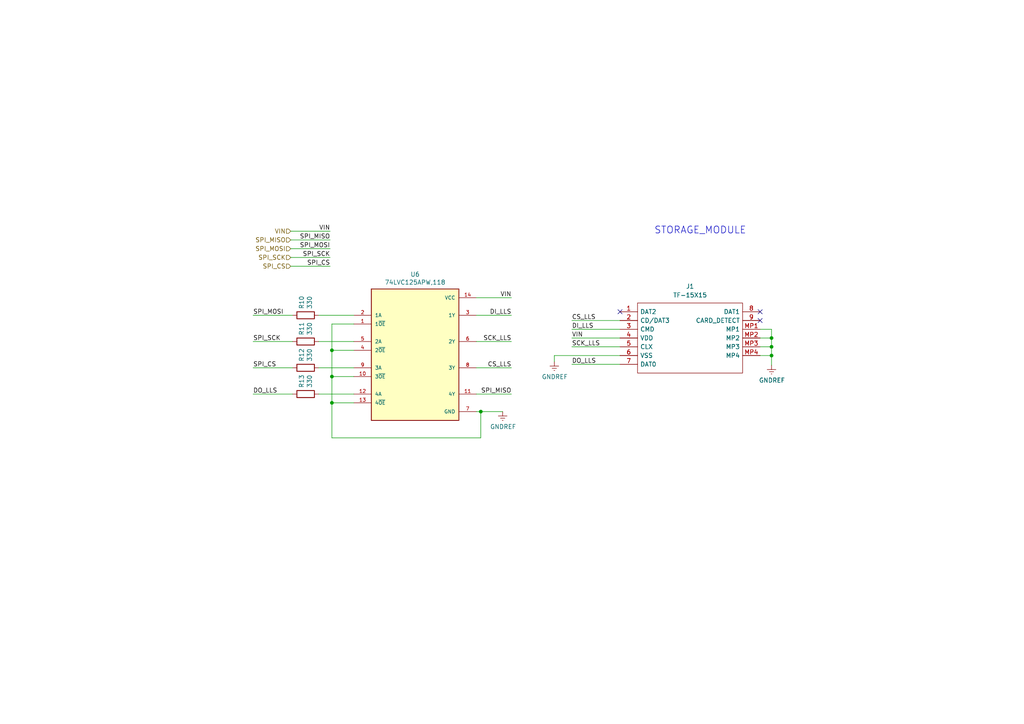
<source format=kicad_sch>
(kicad_sch (version 20230121) (generator eeschema)
  (paper "A4")
  (lib_symbols
    (symbol "Device:R" (pin_numbers hide) (pin_names (offset 0))
      (property "Reference" "R" (at 2.032 0 90))
      (property "Value" "R" (at 0 0 90))
      (symbol "R_0_1"
        (rectangle (start -1.016 -2.54) (end 1.016 2.54) (stroke (width 0.254)))
      )
      (symbol "R_1_1"
        (pin passive line (at 0 3.81 270) (length 1.27) (name "~") (number "1"))
        (pin passive line (at 0 -3.81 90) (length 1.27) (name "~") (number "2"))
      )
    )
    (symbol "ESP32-rescue:74LVC125APW,118-74LVC125APW_118" (pin_names (offset 1.016))
      (property "Reference" "U" (at -12.7 21.082 0))
      (property "Value" "74LVC125APW,118-74LVC125APW_118" (at -12.7 -20.32 0))
      (symbol "74LVC125APW,118-74LVC125APW_118_0_0"
        (rectangle (start -12.7 -17.78) (end 12.7 20.32) (stroke (width 0.254)) (fill (type background)))
        (pin input line (at -17.78 10.16 0) (length 5.08) (name "1~{OE}") (number "1"))
        (pin input line (at -17.78 -5.08 0) (length 5.08) (name "3~{OE}") (number "10"))
        (pin output line (at 17.78 -10.16 180) (length 5.08) (name "4Y") (number "11"))
        (pin input line (at -17.78 -10.16 0) (length 5.08) (name "4A") (number "12"))
        (pin input line (at -17.78 -12.7 0) (length 5.08) (name "4~{OE}") (number "13"))
        (pin power_in line (at 17.78 17.78 180) (length 5.08) (name "VCC") (number "14"))
        (pin input line (at -17.78 12.7 0) (length 5.08) (name "1A") (number "2"))
        (pin output line (at 17.78 12.7 180) (length 5.08) (name "1Y") (number "3"))
        (pin input line (at -17.78 2.54 0) (length 5.08) (name "2~{OE}") (number "4"))
        (pin input line (at -17.78 5.08 0) (length 5.08) (name "2A") (number "5"))
        (pin output line (at 17.78 5.08 180) (length 5.08) (name "2Y") (number "6"))
        (pin power_in line (at 17.78 -15.24 180) (length 5.08) (name "GND") (number "7"))
        (pin output line (at 17.78 -2.54 180) (length 5.08) (name "3Y") (number "8"))
        (pin input line (at -17.78 -2.54 0) (length 5.08) (name "3A") (number "9"))
      )
    )
    (symbol "TF-15X15:TF-15X15" (pin_names (offset 0.762))
      (property "Reference" "J" (at 36.83 7.62 0))
      (property "Value" "TF-15X15" (at 36.83 5.08 0))
      (symbol "TF-15X15_0_0"
        (pin passive line (at 0 0 0) (length 5.08) (name "DAT2") (number "1"))
        (pin passive line (at 0 -2.54 0) (length 5.08) (name "CD/DAT3") (number "2"))
        (pin passive line (at 0 -5.08 0) (length 5.08) (name "CMD") (number "3"))
        (pin passive line (at 0 -7.62 0) (length 5.08) (name "VDD") (number "4"))
        (pin passive line (at 0 -10.16 0) (length 5.08) (name "CLX") (number "5"))
        (pin passive line (at 0 -12.7 0) (length 5.08) (name "VSS") (number "6"))
        (pin passive line (at 0 -15.24 0) (length 5.08) (name "DAT0") (number "7"))
        (pin passive line (at 40.64 0 180) (length 5.08) (name "DAT1") (number "8"))
        (pin passive line (at 40.64 -2.54 180) (length 5.08) (name "CARD_DETECT") (number "9"))
        (pin passive line (at 40.64 -5.08 180) (length 5.08) (name "MP1") (number "MP1"))
        (pin passive line (at 40.64 -7.62 180) (length 5.08) (name "MP2") (number "MP2"))
        (pin passive line (at 40.64 -10.16 180) (length 5.08) (name "MP3") (number "MP3"))
        (pin passive line (at 40.64 -12.7 180) (length 5.08) (name "MP4") (number "MP4"))
      )
      (symbol "TF-15X15_0_1"
        (polyline (pts (xy 5.08 2.54) (xy 35.56 2.54) (xy 35.56 -17.78) (xy 5.08 -17.78) (xy 5.08 2.54)) (stroke (width 0.1524)))
      )
    )
    (symbol "power:GNDREF" (power) (pin_names (offset 0))
      (property "Value" "GNDREF" (at 0 -3.81 0))
      (symbol "GNDREF_0_1"
        (polyline (pts (xy -0.635 -1.905) (xy 0.635 -1.905)))
        (polyline (pts (xy -0.127 -2.54) (xy 0.127 -2.54)))
        (polyline (pts (xy 0 -1.27) (xy 0 0)))
        (polyline (pts (xy 1.27 -1.27) (xy -1.27 -1.27)))
      )
      (symbol "GNDREF_1_1"
        (pin power_in line (at 0 0 270) (length 0) hide (name "GNDREF") (number "1"))
      )
    )
  )
  (junction (at 223.774 100.584))
  (junction (at 139.446 119.38))
  (junction (at 96.266 109.22))
  (junction (at 223.774 98.044))
  (junction (at 96.266 116.84))
  (junction (at 223.774 103.124))
  (junction (at 96.266 101.6))
  (no_connect (at 220.472 92.964))
  (no_connect (at 220.472 90.424))
  (no_connect (at 179.832 90.424))
  (wire (pts (xy 160.782 103.124) (xy 160.782 104.902)))
  (wire (pts (xy 84.328 69.596) (xy 95.758 69.596)))
  (wire (pts (xy 179.832 95.504) (xy 165.862 95.504)))
  (wire (pts (xy 138.176 106.68) (xy 148.336 106.68)))
  (wire (pts (xy 138.176 86.36) (xy 148.336 86.36)))
  (wire (pts (xy 96.266 93.98) (xy 102.616 93.98)))
  (wire (pts (xy 96.266 93.98) (xy 96.266 101.6)))
  (wire (pts (xy 102.616 101.6) (xy 96.266 101.6)))
  (wire (pts (xy 96.266 109.22) (xy 96.266 116.84)))
  (wire (pts (xy 179.832 100.584) (xy 165.862 100.584)))
  (wire (pts (xy 73.406 99.06) (xy 84.836 99.06)))
  (wire (pts (xy 138.176 99.06) (xy 148.336 99.06)))
  (wire (pts (xy 179.832 92.964) (xy 165.862 92.964)))
  (wire (pts (xy 73.406 91.44) (xy 84.836 91.44)))
  (wire (pts (xy 102.616 116.84) (xy 96.266 116.84)))
  (wire (pts (xy 165.862 105.664) (xy 179.832 105.664)))
  (wire (pts (xy 223.774 98.044) (xy 223.774 100.584)))
  (wire (pts (xy 220.472 100.584) (xy 223.774 100.584)))
  (wire (pts (xy 138.176 91.44) (xy 148.336 91.44)))
  (wire (pts (xy 73.406 114.3) (xy 84.836 114.3)))
  (wire (pts (xy 96.266 116.84) (xy 96.266 127)))
  (wire (pts (xy 220.472 103.124) (xy 223.774 103.124)))
  (wire (pts (xy 179.832 98.044) (xy 165.862 98.044)))
  (wire (pts (xy 223.774 100.584) (xy 223.774 103.124)))
  (wire (pts (xy 138.176 119.38) (xy 139.446 119.38)))
  (wire (pts (xy 223.774 103.124) (xy 223.774 105.918)))
  (wire (pts (xy 92.456 114.3) (xy 102.616 114.3)))
  (wire (pts (xy 96.266 101.6) (xy 96.266 109.22)))
  (wire (pts (xy 95.758 72.136) (xy 84.328 72.136)))
  (wire (pts (xy 102.616 109.22) (xy 96.266 109.22)))
  (wire (pts (xy 92.456 99.06) (xy 102.616 99.06)))
  (wire (pts (xy 220.472 98.044) (xy 223.774 98.044)))
  (wire (pts (xy 96.266 127) (xy 139.446 127)))
  (wire (pts (xy 92.456 106.68) (xy 102.616 106.68)))
  (wire (pts (xy 138.176 114.3) (xy 148.336 114.3)))
  (wire (pts (xy 95.758 74.676) (xy 84.328 74.676)))
  (wire (pts (xy 92.456 91.44) (xy 102.616 91.44)))
  (wire (pts (xy 73.406 106.68) (xy 84.836 106.68)))
  (wire (pts (xy 223.774 95.504) (xy 223.774 98.044)))
  (wire (pts (xy 139.446 119.38) (xy 145.796 119.38)))
  (wire (pts (xy 139.446 127) (xy 139.446 119.38)))
  (wire (pts (xy 95.758 67.056) (xy 84.328 67.056)))
  (wire (pts (xy 179.832 103.124) (xy 160.782 103.124)))
  (wire (pts (xy 95.758 77.216) (xy 84.328 77.216)))
  (wire (pts (xy 220.472 95.504) (xy 223.774 95.504)))
  (text "STORAGE_MODULE" (at 189.738 68.072 0) (effects (font (size 2.0066 2.0066)) (justify left bottom)))
  (label "CS_LLS" (at 165.862 92.964 0))
  (label "SPI_SCK" (at 95.758 74.676 180))
  (label "SCK_LLS" (at 165.862 100.584 0))
  (label "SPI_CS" (at 95.758 77.216 180))
  (label "DI_LLS" (at 148.336 91.44 180))
  (label "SCK_LLS" (at 148.336 99.06 180))
  (label "DO_LLS" (at 165.862 105.664 0))
  (label "DO_LLS" (at 73.406 114.3 0))
  (label "SPI_MISO" (at 95.758 69.596 180))
  (label "VIN" (at 165.862 98.044 0))
  (label "DI_LLS" (at 165.862 95.504 0))
  (label "SPI_MISO" (at 148.336 114.3 180))
  (label "SPI_CS" (at 73.406 106.68 0))
  (label "SPI_MOSI" (at 95.758 72.136 180))
  (label "SPI_MOSI" (at 73.406 91.44 0))
  (label "VIN" (at 148.336 86.36 180))
  (label "SPI_SCK" (at 73.406 99.06 0))
  (label "VIN" (at 95.758 67.056 180))
  (label "CS_LLS" (at 148.336 106.68 180))
  (hierarchical_label "SPI_MOSI" (shape input) (at 84.328 72.136 180))
  (hierarchical_label "SPI_SCK" (shape input) (at 84.328 74.676 180))
  (hierarchical_label "SPI_MISO" (shape input) (at 84.328 69.596 180))
  (hierarchical_label "SPI_CS" (shape input) (at 84.328 77.216 180))
  (hierarchical_label "VIN" (shape input) (at 84.328 67.056 180))
  (symbol (lib_id "ESP32-rescue:74LVC125APW,118-74LVC125APW_118") (at 120.396 104.14 0) (unit 1)
    (property "Reference" "U6" (at 120.396 79.5782 0))
    (property "Value" "74LVC125APW,118" (at 120.396 81.8896 0))
    (property "Footprint" "footprints_1:IC_74LVC125APW,118" (effects hide))
    (property "MF" "Nexperia USA Inc." (effects hide))
    (property "MAXIMUM_PACKAGE_HEIGHT" "1.1 mm" (effects hide))
    (property "Package" "TSSOP14-14 Nexperia USA Inc." (effects hide))
    (property "Price" "None" (effects hide))
    (property "Check_prices" "https://www.snapeda.com/parts/74LVC125APW,118/Nexperia/view-part/?ref=eda" (effects hide))
    (property "STANDARD" "Manufacturer Recommendation" (effects hide))
    (property "PARTREV" "9" (effects hide))
    (property "SnapEDA_Link" "https://www.snapeda.com/parts/74LVC125APW,118/Nexperia/view-part/?ref=snap" (effects hide))
    (property "MP" "74LVC125APW,118" (effects hide))
    (property "Purchase-URL" "https://pricing.snapeda.com/search?q=74LVC125APW,118&ref=eda" (effects hide))
    (property "Description" "\\nBuffer, Non-Inverting 4 Element 1 Bit per Element 3-State Output 14-TSSOP\\n" (effects hide))
    (property "Availability" "In Stock" (effects hide))
    (property "MANUFACTURER" "Nexperia" (effects hide))
    (property "PN" "74LVC125APW,118" (effects hide))
    (instances (project "VARUNA5_schematic" (path "" (reference "U6") (unit 1)) (path "" (reference "U?") (unit 1))))
  )
  (symbol (lib_id "Device:R") (at 88.646 106.68 90) (unit 1)
    (property "Reference" "R12" (at 87.4776 104.902 0) (effects (justify left)))
    (property "Value" "330" (at 89.789 104.902 0) (effects (justify left)))
    (property "Footprint" "Resistor_SMD:R_0603_1608Metric" (effects hide))
    (property "PN" "CMP0603AFX-3300ELF" (effects hide))
    (instances (project "VARUNA5_schematic" (path "" (reference "R12") (unit 1)) (path "" (reference "R?") (unit 1))))
  )
  (symbol (lib_id "Device:R") (at 88.646 91.44 90) (unit 1)
    (property "Reference" "R10" (at 87.4776 89.662 0) (effects (justify left)))
    (property "Value" "330" (at 89.789 89.662 0) (effects (justify left)))
    (property "Footprint" "Resistor_SMD:R_0603_1608Metric" (effects hide))
    (property "PN" "CMP0603AFX-3300ELF" (effects hide))
    (instances (project "VARUNA5_schematic" (path "" (reference "R10") (unit 1)) (path "" (reference "R?") (unit 1))))
  )
  (symbol (lib_id "Device:R") (at 88.646 99.06 90) (unit 1)
    (property "Reference" "R11" (at 87.4776 97.282 0) (effects (justify left)))
    (property "Value" "330" (at 89.789 97.282 0) (effects (justify left)))
    (property "Footprint" "Resistor_SMD:R_0603_1608Metric" (effects hide))
    (property "PN" "CMP0603AFX-3300ELF" (effects hide))
    (instances (project "VARUNA5_schematic" (path "" (reference "R11") (unit 1)) (path "" (reference "R?") (unit 1))))
  )
  (symbol (lib_id "Device:R") (at 88.646 114.3 90) (unit 1)
    (property "Reference" "R13" (at 87.4776 112.522 0) (effects (justify left)))
    (property "Value" "330" (at 89.789 112.522 0) (effects (justify left)))
    (property "Footprint" "Resistor_SMD:R_0603_1608Metric" (effects hide))
    (property "PN" "CMP0603AFX-3300ELF" (effects hide))
    (instances (project "VARUNA5_schematic" (path "" (reference "R13") (unit 1)) (path "" (reference "R?") (unit 1))))
  )
  (symbol (lib_id "power:GNDREF") (at 145.796 119.38 0) (unit 1)
    (property "Reference" "#PWR013" (effects hide))
    (property "Value" "GNDREF" (at 145.923 123.7742 0))
    (instances (project "VARUNA5_schematic" (path "" (reference "#PWR013") (unit 1)) (path "" (reference "#PWR?") (unit 1))))
  )
  (symbol (lib_id "power:GNDREF") (at 223.774 105.918 0) (unit 1)
    (property "Reference" "#PWR015" (effects hide))
    (property "Value" "GNDREF" (at 223.901 110.3122 0))
    (instances (project "VARUNA5_schematic" (path "" (reference "#PWR015") (unit 1)) (path "" (reference "#PWR?") (unit 1))))
  )
  (symbol (lib_id "power:GNDREF") (at 160.782 104.902 0) (unit 1)
    (property "Reference" "#PWR038" (effects hide))
    (property "Value" "GNDREF" (at 160.909 109.2962 0))
    (instances (project "VARUNA5_schematic" (path "" (reference "#PWR038") (unit 1)) (path "" (reference "#PWR?") (unit 1))))
  )
  (symbol (lib_id "TF-15X15:TF-15X15") (at 179.832 90.424 0) (unit 1)
    (property "Reference" "J1" (at 200.152 83.058 0))
    (property "Value" "TF-15X15" (at 200.152 85.598 0))
    (property "Footprint" "footprints_1:TF15X15" (effects hide))
    (property "Datasheet" "https://datasheet.lcsc.com/szlcsc/SOFNG-TF-15-15_C111196.pdf" (effects hide))
    (property "Description" "Micro-SD Card Socket" (effects hide))
    (property "Height" "1.85" (effects hide))
    (property "Manufacturer_Name" "SOFNG" (effects hide))
    (property "Manufacturer_Part_Number" "TF-15X15" (effects hide))
  )
)
</source>
